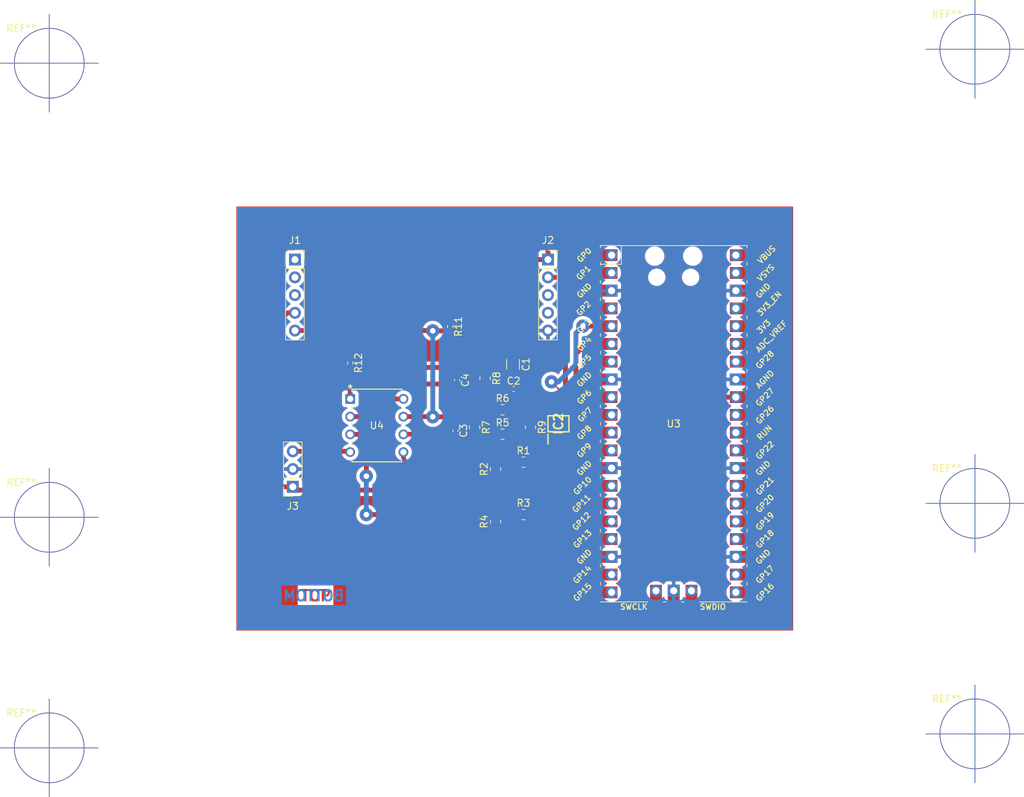
<source format=kicad_pcb>
(kicad_pcb (version 20240108) (generator "pcbnew") (generator_version "8.0")
  (layers (0 "F.Cu" signal) (31 "B.Cu" signal) (34 "B.Paste" user) (35 "F.Paste" user) (36 "B.SilkS" user "B.Silkscreen") (37 "F.SilkS" user "F.Silkscreen") (38 "B.Mask" user) (39 "F.Mask" user) (44 "Edge.Cuts" user))
  (net 0 "")
  (net 1 "GND")
  (net 3 "/OUTB")
  (net 4 "/OUTA")
  (net 5 "/GP27")
  (net 6 "/VREF")
  (net 7 "/SCLK")
  (net 8 "Net-(IC2-~{CLR})")
  (net 9 "/LDAC")
  (net 10 "/SYNC")
  (net 11 "Net-(IC2-VOUTA)")
  (net 12 "Net-(IC2-VOUTB)")
  (net 13 "/DIN")
  (net 14 "/V+")
  (net 15 "/V-")
  (net 16 "/+INB")
  (net 17 "/+INA")
  (net 18 "/-INB")
  (net 19 "/-INA")
  (footprint "riferimenti_pcb:aref-top" (layer "F.Cu") (at 182 58.5)
    (property "Reference" "REF**" (at -4 -5 0) (layer "F.SilkS"))
    (property "Value" "n" (hide yes))
    (fp_line (start 0 -7) (end 0 7) (stroke (width 0.1)) (layer "F.Cu"))
    (fp_line (start 7 0) (end -7 0) (stroke (width 0.1)) (layer "F.Cu"))
    (fp_circle (center 0 0) (end 5 0) (stroke (width 0.1)) (fill none) (layer "F.Cu"))
  )
  (footprint "footprints:PDIP-8_N_LIT" (layer "F.Cu") (at 92.58 108.55)
    (property "Reference" "U4" (at 3.81 3.81 0) (layer "F.SilkS"))
    (property "Value" "LT1632CN8-PBF")
    (fp_text user "*" (at 0 -1.4605 0) (layer "F.SilkS"))
    (fp_text user "*" (at 0 -1.4605 0) (layer "F.SilkS"))
    (pad "1" thru_hole rect (at 0 0) (size 1.397 1.397) (drill 0.889) (layers "*.Cu" "*.Mask") (net 4 "/OUTA"))
    (pad "2" thru_hole circle (at 0 2.54) (size 1.397 1.397) (drill 0.889) (layers "*.Cu" "*.Mask") (net 19 "/-INA"))
    (pad "3" thru_hole circle (at 0 5.08) (size 1.397 1.397) (drill 0.889) (layers "*.Cu" "*.Mask") (net 17 "/+INA"))
    (pad "4" thru_hole circle (at 0 7.62) (size 1.397 1.397) (drill 0.889) (layers "*.Cu" "*.Mask") (net 15 "/V-"))
    (pad "5" thru_hole circle (at 7.62 7.62) (size 1.397 1.397) (drill 0.889) (layers "*.Cu" "*.Mask") (net 16 "/+INB"))
    (pad "6" thru_hole circle (at 7.62 5.08) (size 1.397 1.397) (drill 0.889) (layers "*.Cu" "*.Mask") (net 18 "/-INB"))
    (pad "7" thru_hole circle (at 7.62 2.54) (size 1.397 1.397) (drill 0.889) (layers "*.Cu" "*.Mask") (net 3 "/OUTB"))
    (pad "8" thru_hole circle (at 7.62 0) (size 1.397 1.397) (drill 0.889) (layers "*.Cu" "*.Mask") (net 14 "/V+"))
  )
  (footprint "riferimenti_pcb:aref-top" (layer "F.Cu") (at 182 156.5)
    (property "Reference" "REF**" (at -4 -5 0) (layer "F.SilkS"))
    (property "Value" "n" (hide yes))
    (fp_line (start 0 -7) (end 0 7) (stroke (width 0.1)) (layer "F.Cu"))
    (fp_line (start 7 0) (end -7 0) (stroke (width 0.1)) (layer "F.Cu"))
    (fp_circle (center 0 0) (end 5 0) (stroke (width 0.1)) (fill none) (layer "F.Cu"))
  )
  (footprint "Resistor_SMD:R_0805_2012Metric_Pad1.20x1.40mm_HandSolder" (layer "F.Cu") (at 113.39 118.61 90)
    (property "Reference" "R2" (at 0 -1.65 90) (layer "F.SilkS"))
    (property "Value" "GR")
    (pad "1" smd roundrect (at -1 0 90) (size 1.2 1.4) (layers "F.Cu" "F.Paste" "F.Mask") (roundrect_rratio 0.208333) (net 1 "GND"))
    (pad "2" smd roundrect (at 1 0 90) (size 1.2 1.4) (layers "F.Cu" "F.Paste" "F.Mask") (roundrect_rratio 0.208333) (net 16 "/+INB"))
  )
  (footprint "Capacitor_SMD:C_1206_3216Metric_Pad1.33x1.80mm_HandSolder" (layer "F.Cu") (at 115.89 103.61 -90)
    (property "Reference" "C1" (at 0 -1.85 90) (layer "F.SilkS"))
    (property "Value" "1 uF")
    (pad "1" smd roundrect (at -1.5625 0 270) (size 1.325 1.8) (layers "F.Cu" "F.Paste" "F.Mask") (roundrect_rratio 0.188679) (net 14 "/V+"))
    (pad "2" smd roundrect (at 1.5625 0 270) (size 1.325 1.8) (layers "F.Cu" "F.Paste" "F.Mask") (roundrect_rratio 0.188679) (net 1 "GND"))
  )
  (footprint "Resistor_SMD:R_0805_2012Metric_Pad1.20x1.40mm_HandSolder" (layer "F.Cu") (at 118.39 112.61 -90)
    (property "Reference" "R9" (at 0 -1.65 90) (layer "F.SilkS"))
    (property "Value" "4.7k")
    (pad "1" smd roundrect (at -1 0 270) (size 1.2 1.4) (layers "F.Cu" "F.Paste" "F.Mask") (roundrect_rratio 0.208333) (net 14 "/V+"))
    (pad "2" smd roundrect (at 1 0 270) (size 1.2 1.4) (layers "F.Cu" "F.Paste" "F.Mask") (roundrect_rratio 0.208333) (net 8 "Net-(IC2-~{CLR})"))
  )
  (footprint "Connector_PinSocket_2.54mm:PinSocket_1x05_P2.54mm_Vertical" (layer "F.Cu") (at 84.67 88.61)
    (property "Reference" "J1" (at 0 -2.77 0) (layer "F.SilkS"))
    (property "Value" "Conn_01x05")
    (pad "1" thru_hole rect (at 0 0) (size 1.7 1.7) (drill 1) (layers "*.Cu" "*.Mask"))
    (pad "2" thru_hole oval (at 0 2.54) (size 1.7 1.7) (drill 1) (layers "*.Cu" "*.Mask"))
    (pad "3" thru_hole oval (at 0 5.08) (size 1.7 1.7) (drill 1) (layers "*.Cu" "*.Mask"))
    (pad "4" thru_hole oval (at 0 7.62) (size 1.7 1.7) (drill 1) (layers "*.Cu" "*.Mask") (net 4 "/OUTA"))
    (pad "5" thru_hole oval (at 0 10.16) (size 1.7 1.7) (drill 1) (layers "*.Cu" "*.Mask") (net 3 "/OUTB"))
  )
  (footprint "DAC8562:SOP50P490X110-10N" (layer "F.Cu") (at 122.39 112.11 90)
    (property "Reference" "IC2" (at 0 0 90) (layer "F.SilkS") (effects (font (size 1.27 1.27) (thickness 0.254))))
    (property "Value" "DAC8562TDGSR" (hide yes))
    (pad "1" smd rect (at -2.2 -1 180) (size 0.3 1.4) (layers "F.Cu" "F.Paste" "F.Mask") (net 11 "Net-(IC2-VOUTA)"))
    (pad "2" smd rect (at -2.2 -0.5 180) (size 0.3 1.4) (layers "F.Cu" "F.Paste" "F.Mask") (net 12 "Net-(IC2-VOUTB)"))
    (pad "3" smd rect (at -2.2 0 180) (size 0.3 1.4) (layers "F.Cu" "F.Paste" "F.Mask") (net 1 "GND"))
    (pad "4" smd rect (at -2.2 0.5 180) (size 0.3 1.4) (layers "F.Cu" "F.Paste" "F.Mask") (net 9 "/LDAC"))
    (pad "5" smd rect (at -2.2 1 180) (size 0.3 1.4) (layers "F.Cu" "F.Paste" "F.Mask") (net 8 "Net-(IC2-~{CLR})"))
    (pad "6" smd rect (at 2.2 1 180) (size 0.3 1.4) (layers "F.Cu" "F.Paste" "F.Mask") (net 10 "/SYNC"))
    (pad "7" smd rect (at 2.2 0.5 180) (size 0.3 1.4) (layers "F.Cu" "F.Paste" "F.Mask") (net 7 "/SCLK"))
    (pad "8" smd rect (at 2.2 0 180) (size 0.3 1.4) (layers "F.Cu" "F.Paste" "F.Mask") (net 13 "/DIN"))
    (pad "9" smd rect (at 2.2 -0.5 180) (size 0.3 1.4) (layers "F.Cu" "F.Paste" "F.Mask") (net 14 "/V+"))
    (pad "10" smd rect (at 2.2 -1 180) (size 0.3 1.4) (layers "F.Cu" "F.Paste" "F.Mask") (net 6 "/VREF"))
  )
  (footprint "Resistor_SMD:R_0805_2012Metric_Pad1.20x1.40mm_HandSolder" (layer "F.Cu") (at 117.39 117.61)
    (property "Reference" "R1" (at 0 -1.65 0) (layer "F.SilkS"))
    (property "Value" "R")
    (pad "1" smd roundrect (at -1 0) (size 1.2 1.4) (layers "F.Cu" "F.Paste" "F.Mask") (roundrect_rratio 0.208333) (net 16 "/+INB"))
    (pad "2" smd roundrect (at 1 0) (size 1.2 1.4) (layers "F.Cu" "F.Paste" "F.Mask") (roundrect_rratio 0.208333) (net 12 "Net-(IC2-VOUTB)"))
  )
  (footprint "riferimenti_pcb:aref-top" (layer "F.Cu") (at 49.5 60.5)
    (property "Reference" "REF**" (at -4 -5 0) (layer "F.SilkS"))
    (property "Value" "n" (hide yes))
    (fp_line (start 0 -7) (end 0 7) (stroke (width 0.1)) (layer "F.Cu"))
    (fp_line (start 7 0) (end -7 0) (stroke (width 0.1)) (layer "F.Cu"))
    (fp_circle (center 0 0) (end 5 0) (stroke (width 0.1)) (fill none) (layer "F.Cu"))
  )
  (footprint "riferimenti_pcb:aref-bot" (layer "F.Cu") (at 182 156.5)
    (property "Reference" "REF**" (at -4 -5 0) (layer "F.SilkS"))
    (property "Value" "n" (hide yes))
    (fp_line (start 0 -7) (end 0 7) (stroke (width 0.1)) (layer "B.Cu"))
    (fp_line (start 7 0) (end -7 0) (stroke (width 0.1)) (layer "B.Cu"))
    (fp_circle (center 0 0) (end 5 0) (stroke (width 0.1)) (fill none) (layer "B.Cu"))
  )
  (footprint "Capacitor_SMD:C_0402_1005Metric_Pad0.74x0.62mm_HandSolder" (layer "F.Cu") (at 115.97 107.14)
    (property "Reference" "C2" (at 0 -1.16 0) (layer "F.SilkS"))
    (property "Value" "100 nF")
    (pad "1" smd roundrect (at -0.5675 0) (size 0.735 0.62) (layers "F.Cu" "F.Paste" "F.Mask") (net 6 "/VREF"))
    (pad "2" smd roundrect (at 0.5675 0) (size 0.735 0.62) (layers "F.Cu" "F.Paste" "F.Mask") (net 1 "GND"))
  )
  (footprint "Resistor_SMD:R_0402_1005Metric_Pad0.72x0.64mm_HandSolder" (layer "F.Cu") (at 92.59 103.4125 -90)
    (property "Reference" "R12" (at 0 -1.17 -90) (layer "F.SilkS"))
    (property "Value" "10k")
    (pad "1" smd roundrect (at -0.5975 0 270) (size 0.715 0.64) (layers "F.Cu" "F.Paste" "F.Mask") (net 1 "GND"))
    (pad "2" smd roundrect (at 0.5975 0 270) (size 0.715 0.64) (layers "F.Cu" "F.Paste" "F.Mask") (net 4 "/OUTA"))
  )
  (footprint "Resistor_SMD:R_0805_2012Metric_Pad1.20x1.40mm_HandSolder" (layer "F.Cu") (at 114.39 110.11)
    (property "Reference" "R6" (at 0 -1.65 0) (layer "F.SilkS"))
    (property "Value" "R")
    (pad "1" smd roundrect (at -1 0) (size 1.2 1.4) (layers "F.Cu" "F.Paste" "F.Mask") (roundrect_rratio 0.208333) (net 19 "/-INA"))
    (pad "2" smd roundrect (at 1 0) (size 1.2 1.4) (layers "F.Cu" "F.Paste" "F.Mask") (roundrect_rratio 0.208333) (net 6 "/VREF"))
  )
  (footprint "riferimenti_pcb:aref-top" (layer "F.Cu") (at 49.5 125.5)
    (property "Reference" "REF**" (at -4 -5 0) (layer "F.SilkS"))
    (property "Value" "n" (hide yes))
    (fp_line (start 0 -7) (end 0 7) (stroke (width 0.1)) (layer "F.Cu"))
    (fp_line (start 7 0) (end -7 0) (stroke (width 0.1)) (layer "F.Cu"))
    (fp_circle (center 0 0) (end 5 0) (stroke (width 0.1)) (fill none) (layer "F.Cu"))
  )
  (footprint "riferimenti_pcb:aref-bot" (layer "F.Cu") (at 49.5 125.5)
    (property "Reference" "REF**" (at -4 -5 0) (layer "F.SilkS"))
    (property "Value" "n" (hide yes))
    (fp_line (start 0 -7) (end 0 7) (stroke (width 0.1)) (layer "B.Cu"))
    (fp_line (start 7 0) (end -7 0) (stroke (width 0.1)) (layer "B.Cu"))
    (fp_circle (center 0 0) (end 5 0) (stroke (width 0.1)) (fill none) (layer "B.Cu"))
  )
  (footprint "Connector_PinSocket_2.54mm:PinSocket_1x05_P2.54mm_Vertical" (layer "F.Cu") (at 120.89 88.61)
    (property "Reference" "J2" (at 0 -2.77 0) (layer "F.SilkS"))
    (property "Value" "Conn_01x05")
    (pad "1" thru_hole rect (at 0 0) (size 1.7 1.7) (drill 1) (layers "*.Cu" "*.Mask") (net 14 "/V+"))
    (pad "2" thru_hole oval (at 0 2.54) (size 1.7 1.7) (drill 1) (layers "*.Cu" "*.Mask") (net 5 "/GP27"))
    (pad "3" thru_hole oval (at 0 5.08) (size 1.7 1.7) (drill 1) (layers "*.Cu" "*.Mask"))
    (pad "4" thru_hole oval (at 0 7.62) (size 1.7 1.7) (drill 1) (layers "*.Cu" "*.Mask"))
    (pad "5" thru_hole oval (at 0 10.16) (size 1.7 1.7) (drill 1) (layers "*.Cu" "*.Mask") (net 1 "GND"))
  )
  (footprint "Resistor_SMD:R_0805_2012Metric_Pad1.20x1.40mm_HandSolder" (layer "F.Cu") (at 110.39 112.61 -90)
    (property "Reference" "R7" (at 0 -1.65 90) (layer "F.SilkS"))
    (property "Value" "GR")
    (pad "1" smd roundrect (at -1 0 270) (size 1.2 1.4) (layers "F.Cu" "F.Paste" "F.Mask") (roundrect_rratio 0.208333) (net 3 "/OUTB"))
    (pad "2" smd roundrect (at 1 0 270) (size 1.2 1.4) (layers "F.Cu" "F.Paste" "F.Mask") (roundrect_rratio 0.208333) (net 18 "/-INB"))
  )
  (footprint "riferimenti_pcb:aref-bot" (layer "F.Cu") (at 182 58.5)
    (property "Reference" "REF**" (at -4 -5 0) (layer "F.SilkS"))
    (property "Value" "n" (hide yes))
    (fp_line (start 0 -7) (end 0 7) (stroke (width 0.1)) (layer "B.Cu"))
    (fp_line (start 7 0) (end -7 0) (stroke (width 0.1)) (layer "B.Cu"))
    (fp_circle (center 0 0) (end 5 0) (stroke (width 0.1)) (fill none) (layer "B.Cu"))
  )
  (footprint "riferimenti_pcb:aref-bot" (layer "F.Cu") (at 182 123.5)
    (property "Reference" "REF**" (at -4 -5 0) (layer "F.SilkS"))
    (property "Value" "n" (hide yes))
    (fp_line (start 0 -7) (end 0 7) (stroke (width 0.1)) (layer "B.Cu"))
    (fp_line (start 7 0) (end -7 0) (stroke (width 0.1)) (layer "B.Cu"))
    (fp_circle (center 0 0) (end 5 0) (stroke (width 0.1)) (fill none) (layer "B.Cu"))
  )
  (footprint "Capacitor_SMD:C_0402_1005Metric_Pad0.74x0.62mm_HandSolder" (layer "F.Cu") (at 107.64 113.11 -90)
    (property "Reference" "C3" (at 0 -1.16 -90) (layer "F.SilkS"))
    (property "Value" "100 nF")
    (pad "1" smd roundrect (at -0.5675 0 270) (size 0.735 0.62) (layers "F.Cu" "F.Paste" "F.Mask") (net 3 "/OUTB"))
    (pad "2" smd roundrect (at 0.5675 0 270) (size 0.735 0.62) (layers "F.Cu" "F.Paste" "F.Mask") (net 18 "/-INB"))
  )
  (footprint "Resistor_SMD:R_0805_2012Metric_Pad1.20x1.40mm_HandSolder" (layer "F.Cu") (at 111.89 105.61 -90)
    (property "Reference" "R8" (at 0 -1.65 90) (layer "F.SilkS"))
    (property "Value" "GR")
    (pad "1" smd roundrect (at -1 0 270) (size 1.2 1.4) (layers "F.Cu" "F.Paste" "F.Mask") (roundrect_rratio 0.208333) (net 4 "/OUTA"))
    (pad "2" smd roundrect (at 1 0 270) (size 1.2 1.4) (layers "F.Cu" "F.Paste" "F.Mask") (roundrect_rratio 0.208333) (net 19 "/-INA"))
  )
  (footprint "riferimenti_pcb:aref-bot" (layer "F.Cu") (at 49.5 60.5)
    (property "Reference" "REF**" (at -4 -5 0) (layer "F.SilkS"))
    (property "Value" "n" (hide yes))
    (fp_line (start 0 -7) (end 0 7) (stroke (width 0.1)) (layer "B.Cu"))
    (fp_line (start 7 0) (end -7 0) (stroke (width 0.1)) (layer "B.Cu"))
    (fp_circle (center 0 0) (end 5 0) (stroke (width 0.1)) (fill none) (layer "B.Cu"))
  )
  (footprint "riferimenti_pcb:aref-top" (layer "F.Cu") (at 49.5 158.5)
    (property "Reference" "REF**" (at -4 -5 0) (layer "F.SilkS"))
    (property "Value" "n" (hide yes))
    (fp_line (start 0 -7) (end 0 7) (stroke (width 0.1)) (layer "F.Cu"))
    (fp_line (start 7 0) (end -7 0) (stroke (width 0.1)) (layer "F.Cu"))
    (fp_circle (center 0 0) (end 5 0) (stroke (width 0.1)) (fill none) (layer "F.Cu"))
  )
  (footprint "Resistor_SMD:R_0402_1005Metric_Pad0.72x0.64mm_HandSolder" (layer "F.Cu") (at 106.89 98.19 -90)
    (property "Reference" "R11" (at 0 -1.17 -90) (layer "F.SilkS"))
    (property "Value" "10k")
    (pad "1" smd roundrect (at -0.5975 0 270) (size 0.715 0.64) (layers "F.Cu" "F.Paste" "F.Mask") (net 1 "GND"))
    (pad "2" smd roundrect (at 0.5975 0 270) (size 0.715 0.64) (layers "F.Cu" "F.Paste" "F.Mask") (net 3 "/OUTB"))
  )
  (footprint "Resistor_SMD:R_0805_2012Metric_Pad1.20x1.40mm_HandSolder" (layer "F.Cu") (at 117.39 125.11)
    (property "Reference" "R3" (at 0 -1.65 0) (layer "F.SilkS"))
    (property "Value" "R")
    (pad "1" smd roundrect (at -1 0) (size 1.2 1.4) (layers "F.Cu" "F.Paste" "F.Mask") (roundrect_rratio 0.208333) (net 17 "/+INA"))
    (pad "2" smd roundrect (at 1 0) (size 1.2 1.4) (layers "F.Cu" "F.Paste" "F.Mask") (roundrect_rratio 0.208333) (net 11 "Net-(IC2-VOUTA)"))
  )
  (footprint "Connector_PinSocket_2.54mm:PinSocket_1x03_P2.54mm_Vertical" (layer "F.Cu") (at 84.365 121.135 180)
    (property "Reference" "J3" (at 0 -2.77 0) (layer "F.SilkS"))
    (property "Value" "Conn_01x03")
    (pad "1" thru_hole rect (at 0 0 180) (size 1.7 1.7) (drill 1) (layers "*.Cu" "*.Mask") (net 14 "/V+"))
    (pad "2" thru_hole oval (at 0 2.54 180) (size 1.7 1.7) (drill 1) (layers "*.Cu" "*.Mask") (net 1 "GND"))
    (pad "3" thru_hole oval (at 0 5.08 180) (size 1.7 1.7) (drill 1) (layers "*.Cu" "*.Mask") (net 15 "/V-"))
  )
  (footprint "riferimenti_pcb:aref-top" (layer "F.Cu") (at 182 123.5)
    (property "Reference" "REF**" (at -4 -5 0) (layer "F.SilkS"))
    (property "Value" "n" (hide yes))
    (fp_line (start 0 -7) (end 0 7) (stroke (width 0.1)) (layer "F.Cu"))
    (fp_line (start 7 0) (end -7 0) (stroke (width 0.1)) (layer "F.Cu"))
    (fp_circle (center 0 0) (end 5 0) (stroke (width 0.1)) (fill none) (layer "F.Cu"))
  )
  (footprint "Capacitor_SMD:C_0402_1005Metric_Pad0.74x0.62mm_HandSolder" (layer "F.Cu") (at 107.89 105.86 -90)
    (property "Reference" "C4" (at 0 -1.16 -90) (layer "F.SilkS"))
    (property "Value" "100 nF")
    (pad "1" smd roundrect (at -0.5675 0 270) (size 0.735 0.62) (layers "F.Cu" "F.Paste" "F.Mask") (net 4 "/OUTA"))
    (pad "2" smd roundrect (at 0.5675 0 270) (size 0.735 0.62) (layers "F.Cu" "F.Paste" "F.Mask") (net 19 "/-INA"))
  )
  (footprint "riferimenti_pcb:aref-bot" (layer "F.Cu") (at 49.5 158.5)
    (property "Reference" "REF**" (at -4 -5 0) (layer "F.SilkS"))
    (property "Value" "n" (hide yes))
    (fp_line (start 0 -7) (end 0 7) (stroke (width 0.1)) (layer "B.Cu"))
    (fp_line (start 7 0) (end -7 0) (stroke (width 0.1)) (layer "B.Cu"))
    (fp_circle (center 0 0) (end 5 0) (stroke (width 0.1)) (fill none) (layer "B.Cu"))
  )
  (footprint "Raspberry_Pi_Pico:RPi_Pico_SMD_TH" (layer "F.Cu") (at 138.89 112.11)
    (property "Reference" "U3" (at 0 0 0) (layer "F.SilkS"))
    (property "Value" "Pico")
    (fp_text user "GP4" (at -12.8 -11.43 45) (layer "F.SilkS") (effects (font (size 0.8 0.8))))
    (fp_text user "GP0" (at -12.8 -24.13 45) (layer "F.SilkS") (effects (font (size 0.8 0.8))))
    (fp_text user "GP15" (at -13.054 24.13 45) (layer "F.SilkS") (effects (font (size 0.8 0.8))))
    (fp_text user "GND" (at -12.8 -6.35 45) (layer "F.SilkS") (effects (font (size 0.8 0.8))))
    (fp_text user "VSYS" (at 13.2 -21.59 45) (layer "F.SilkS") (effects (font (size 0.8 0.8))))
    (fp_text user "GP14" (at -13.1 21.59 45) (layer "F.SilkS") (effects (font (size 0.8 0.8))))
    (fp_text user "GND" (at -12.8 6.35 45) (layer "F.SilkS") (effects (font (size 0.8 0.8))))
    (fp_text user "GP11" (at -13.2 11.43 45) (layer "F.SilkS") (effects (font (size 0.8 0.8))))
    (fp_text user "GP9" (at -12.8 3.81 45) (layer "F.SilkS") (effects (font (size 0.8 0.8))))
    (fp_text user "GP28" (at 13.054 -9.144 45) (layer "F.SilkS") (effects (font (size 0.8 0.8))))
    (fp_text user "3V3" (at 12.9 -13.9 45) (layer "F.SilkS") (effects (font (size 0.8 0.8))))
    (fp_text user "GP8" (at -12.8 1.27 45) (layer "F.SilkS") (effects (font (size 0.8 0.8))))
    (fp_text user "GND" (at 12.8 -19.05 45) (layer "F.SilkS") (effects (font (size 0.8 0.8))))
    (fp_text user "VBUS" (at 13.3 -24.2 45) (layer "F.SilkS") (effects (font (size 0.8 0.8))))
    (fp_text user "SWCLK" (at -5.7 26.2 0) (layer "F.SilkS") (effects (font (size 0.8 0.8))))
    (fp_text user "GND" (at -12.8 19.05 45) (layer "F.SilkS") (effects (font (size 0.8 0.8))))
    (fp_text user "GP21" (at 13.054 8.9 45) (layer "F.SilkS") (effects (font (size 0.8 0.8))))
    (fp_text user "GP7" (at -12.7 -1.3 45) (layer "F.SilkS") (effects (font (size 0.8 0.8))))
    (fp_text user "GP2" (at -12.9 -16.51 45) (layer "F.SilkS") (effects (font (size 0.8 0.8))))
    (fp_text user "RUN" (at 13 1.27 45) (layer "F.SilkS") (effects (font (size 0.8 0.8))))
    (fp_text user "GP20" (at 13.054 11.43 45) (layer "F.SilkS") (effects (font (size 0.8 0.8))))
    (fp_text user "GND" (at 12.8 19.05 45) (layer "F.SilkS") (effects (font (size 0.8 0.8))))
    (fp_text user "GP17" (at 13.054 21.59 45) (layer "F.SilkS") (effects (font (size 0.8 0.8))))
    (fp_text user "GP1" (at -12.9 -21.6 45) (layer "F.SilkS") (effects (font (size 0.8 0.8))))
    (fp_text user "AGND" (at 13.054 -6.35 45) (layer "F.SilkS") (effects (font (size 0.8 0.8))))
    (fp_text user "GP16" (at 13.054 24.13 45) (layer "F.SilkS") (effects (font (size 0.8 0.8))))
    (fp_text user "GP27" (at 13.054 -3.8 45) (layer "F.SilkS") (effects (font (size 0.8 0.8))))
    (fp_text user "GP6" (at -12.8 -3.81 45) (layer "F.SilkS") (effects (font (size 0.8 0.8))))
    (fp_text user "ADC_VREF" (at 14 -12.5 45) (layer "F.SilkS") (effects (font (size 0.8 0.8))))
    (fp_text user "SWDIO" (at 5.6 26.2 0) (layer "F.SilkS") (effects (font (size 0.8 0.8))))
    (fp_text user "GND" (at 12.8 6.35 45) (layer "F.SilkS") (effects (font (size 0.8 0.8))))
    (fp_text user "GP22" (at 13.054 3.81 45) (layer "F.SilkS") (effects (font (size 0.8 0.8))))
    (fp_text user "GP10" (at -13.054 8.89 45) (layer "F.SilkS") (effects (font (size 0.8 0.8))))
    (fp_text user "3V3_EN" (at 13.7 -17.2 45) (layer "F.SilkS") (effects (font (size 0.8 0.8))))
    (fp_text user "GND" (at -12.8 -19.05 45) (layer "F.SilkS") (effects (font (size 0.8 0.8))))
    (fp_text user "GP12" (at -13.2 13.97 45) (layer "F.SilkS") (effects (font (size 0.8 0.8))))
    (fp_text user "GP26" (at 13.054 -1.27 45) (layer "F.SilkS") (effects (font (size 0.8 0.8))))
    (fp_text user "GP3" (at -12.8 -13.97 45) (layer "F.SilkS") (effects (font (size 0.8 0.8))))
    (fp_text user "GP18" (at 13.054 16.51 45) (layer "F.SilkS") (effects (font (size 0.8 0.8))))
    (fp_text user "GP13" (at -13.054 16.51 45) (layer "F.SilkS") (effects (font (size 0.8 0.8))))
    (fp_text user "GP19" (at 13.054 13.97 45) (layer "F.SilkS") (effects (font (size 0.8 0.8))))
    (fp_text user "GP5" (at -12.8 -8.89 45) (layer "F.SilkS") (effects (font (size 0.8 0.8))))
    (pad "" np_thru_hole oval (at -2.725 -24) (size 1.8 1.8) (drill 1.8) (layers "*.Cu" "*.Mask"))
    (pad "" np_thru_hole oval (at -2.425 -20.97) (size 1.5 1.5) (drill 1.5) (layers "*.Cu" "*.Mask"))
    (pad "" np_thru_hole oval (at 2.425 -20.97) (size 1.5 1.5) (drill 1.5) (layers "*.Cu" "*.Mask"))
    (pad "" np_thru_hole oval (at 2.725 -24) (size 1.8 1.8) (drill 1.8) (layers "*.Cu" "*.Mask"))
    (pad "1" thru_hole oval (at -8.89 -24.13) (size 1.7 1.7) (drill 1.02) (layers "*.Cu" "*.Mask"))
    (pad "1" smd rect (at -8.89 -24.13) (size 3.5 1.7) (drill (offset -0.9 0)) (layers "F.Cu" "F.Mask"))
    (pad "2" thru_hole oval (at -8.89 -21.59) (size 1.7 1.7) (drill 1.02) (layers "*.Cu" "*.Mask"))
    (pad "2" smd rect (at -8.89 -21.59) (size 3.5 1.7) (drill (offset -0.9 0)) (layers "F.Cu" "F.Mask"))
    (pad "3" thru_hole rect (at -8.89 -19.05) (size 1.7 1.7) (drill 1.02) (layers "*.Cu" "*.Mask") (net 1 "GND"))
    (pad "3" smd rect (at -8.89 -19.05) (size 3.5 1.7) (drill (offset -0.9 0)) (layers "F.Cu" "F.Mask") (net 1 "GND"))
    (pad "4" thru_hole oval (at -8.89 -16.51) (size 1.7 1.7) (drill 1.02) (layers "*.Cu" "*.Mask") (net 7 "/SCLK"))
    (pad "4" smd rect (at -8.89 -16.51) (size 3.5 1.7) (drill (offset -0.9 0)) (layers "F.Cu" "F.Mask") (net 7 "/SCLK"))
    (pad "5" thru_hole oval (at -8.89 -13.97) (size 1.7 1.7) (drill 1.02) (layers "*.Cu" "*.Mask") (net 13 "/DIN"))
    (pad "5" smd rect (at -8.89 -13.97) (size 3.5 1.7) (drill (offset -0.9 0)) (layers "F.Cu" "F.Mask") (net 13 "/DIN"))
    (pad "6" thru_hole oval (at -8.89 -11.43) (size 1.7 1.7) (drill 1.02) (layers "*.Cu" "*.Mask") (net 10 "/SYNC"))
    (pad "6" smd rect (at -8.89 -11.43) (size 3.5 1.7) (drill (offset -0.9 0)) (layers "F.Cu" "F.Mask") (net 10 "/SYNC"))
    (pad "7" thru_hole oval (at -8.89 -8.89) (size 1.7 1.7) (drill 1.02) (layers "*.Cu" "*.Mask") (net 9 "/LDAC"))
    (pad "7" smd rect (at -8.89 -8.89) (size 3.5 1.7) (drill (offset -0.9 0)) (layers "F.Cu" "F.Mask") (net 9 "/LDAC"))
    (pad "8" thru_hole rect (at -8.89 -6.35) (size 1.7 1.7) (drill 1.02) (layers "*.Cu" "*.Mask") (net 1 "GND"))
    (pad "8" smd rect (at -8.89 -6.35) (size 3.5 1.7) (drill (offset -0.9 0)) (layers "F.Cu" "F.Mask") (net 1 "GND"))
    (pad "9" thru_hole oval (at -8.89 -3.81) (size 1.7 1.7) (drill 1.02) (layers "*.Cu" "*.Mask"))
    (pad "9" smd rect (at -8.89 -3.81) (size 3.5 1.7) (drill (offset -0.9 0)) (layers "F.Cu" "F.Mask"))
    (pad "10" thru_hole oval (at -8.89 -1.27) (size 1.7 1.7) (drill 1.02) (layers "*.Cu" "*.Mask"))
    (pad "10" smd rect (at -8.89 -1.27) (size 3.5 1.7) (drill (offset -0.9 0)) (layers "F.Cu" "F.Mask"))
    (pad "11" thru_hole oval (at -8.89 1.27) (size 1.7 1.7) (drill 1.02) (layers "*.Cu" "*.Mask"))
    (pad "11" smd rect (at -8.89 1.27) (size 3.5 1.7) (drill (offset -0.9 0)) (layers "F.Cu" "F.Mask"))
    (pad "12" thru_hole oval (at -8.89 3.81) (size 1.7 1.7) (drill 1.02) (layers "*.Cu" "*.Mask"))
    (pad "12" smd rect (at -8.89 3.81) (size 3.5 1.7) (drill (offset -0.9 0)) (layers "F.Cu" "F.Mask"))
    (pad "13" thru_hole rect (at -8.89 6.35) (size 1.7 1.7) (drill 1.02) (layers "*.Cu" "*.Mask") (net 1 "GND"))
    (pad "13" smd rect (at -8.89 6.35) (size 3.5 1.7) (drill (offset -0.9 0)) (layers "F.Cu" "F.Mask") (net 1 "GND"))
    (pad "14" thru_hole oval (at -8.89 8.89) (size 1.7 1.7) (drill 1.02) (layers "*.Cu" "*.Mask"))
    (pad "14" smd rect (at -8.89 8.89) (size 3.5 1.7) (drill (offset -0.9 0)) (layers "F.Cu" "F.Mask"))
    (pad "15" thru_hole oval (at -8.89 11.43) (size 1.7 1.7) (drill 1.02) (layers "*.Cu" "*.Mask"))
    (pad "15" smd rect (at -8.89 11.43) (size 3.5 1.7) (drill (offset -0.9 0)) (layers "F.Cu" "F.Mask"))
    (pad "16" thru_hole oval (at -8.89 13.97) (size 1.7 1.7) (drill 1.02) (layers "*.Cu" "*.Mask"))
    (pad "16" smd rect (at -8.89 13.97) (size 3.5 1.7) (drill (offset -0.9 0)) (layers "F.Cu" "F.Mask"))
    (pad "17" thru_hole oval (at -8.89 16.51) (size 1.7 1.7) (drill 1.02) (layers "*.Cu" "*.Mask"))
    (pad "17" smd rect (at -8.89 16.51) (size 3.5 1.7) (drill (offset -0.9 0)) (layers "F.Cu" "F.Mask"))
    (pad "18" thru_hole rect (at -8.89 19.05) (size 1.7 1.7) (drill 1.02) (layers "*.Cu" "*.Mask") (net 1 "GND"))
    (pad "18" smd rect (at -8.89 19.05) (size 3.5 1.7) (drill (offset -0.9 0)) (layers "F.Cu" "F.Mask") (net 1 "GND"))
    (pad "19" thru_hole oval (at -8.89 21.59) (size 1.7 1.7) (drill 1.02) (layers "*.Cu" "*.Mask"))
    (pad "19" smd rect (at -8.89 21.59) (size 3.5 1.7) (drill (offset -0.9 0)) (layers "F.Cu" "F.Mask"))
    (pad "20" thru_hole oval (at -8.89 24.13) (size 1.7 1.7) (drill 1.02) (layers "*.Cu" "*.Mask"))
    (pad "20" smd rect (at -8.89 24.13) (size 3.5 1.7) (drill (offset -0.9 0)) (layers "F.Cu" "F.Mask"))
    (pad "21" thru_hole oval (at 8.89 24.13) (size 1.7 1.7) (drill 1.02) (layers "*.Cu" "*.Mask"))
    (pad "21" smd rect (at 8.89 24.13) (size 3.5 1.7) (drill (offset 0.9 0)) (layers "F.Cu" "F.Mask"))
    (pad "22" thru_hole oval (at 8.89 21.59) (size 1.7 1.7) (drill 1.02) (layers "*.Cu" "*.Mask"))
    (pad "22" smd rect (at 8.89 21.59) (size 3.5 1.7) (drill (offset 0.9 0)) (layers "F.Cu" "F.Mask"))
    (pad "23" thru_hole rect (at 8.89 19.05) (size 1.7 1.7) (drill 1.02) (layers "*.Cu" "*.Mask") (net 1 "GND"))
    (pad "23" smd rect (at 8.89 19.05) (size 3.5 1.7) (drill (offset 0.9 0)) (layers "F.Cu" "F.Mask") (net 1 "GND"))
    (pad "24" thru_hole oval (at 8.89 16.51) (size 1.7 1.7) (drill 1.02) (layers "*.Cu" "*.Mask"))
    (pad "24" smd rect (at 8.89 16.51) (size 3.5 1.7) (drill (offset 0.9 0)) (layers "F.Cu" "F.Mask"))
    (pad "25" thru_hole oval (at 8.89 13.97) (size 1.7 1.7) (drill 1.02) (layers "*.Cu" "*.Mask"))
    (pad "25" smd rect (at 8.89 13.97) (size 3.5 1.7) (drill (offset 0.9 0)) (layers "F.Cu" "F.Mask"))
    (pad "26" thru_hole oval (at 8.89 11.43) (size 1.7 1.7) (drill 1.02) (layers "*.Cu" "*.Mask"))
    (pad "26" smd rect (at 8.89 11.43) (size 3.5 1.7) (drill (offset 0.9 0)) (layers "F.Cu" "F.Mask"))
    (pad "27" thru_hole oval (at 8.89 8.89) (size 1.7 1.7) (drill 1.02) (layers "*.Cu" "*.Mask"))
    (pad "27" smd rect (at 8.89 8.89) (size 3.5 1.7) (drill (offset 0.9 0)) (layers "F.Cu" "F.Mask"))
    (pad "28" thru_hole rect (at 8.89 6.35) (size 1.7 1.7) (drill 1.02) (layers "*.Cu" "*.Mask") (net 1 "GND"))
    (pad "28" smd rect (at 8.89 6.35) (size 3.5 1.7) (drill (offset 0.9 0)) (layers "F.Cu" "F.Mask") (net 1 "GND"))
    (pad "29" thru_hole oval (at 8.89 3.81) (size 1.7 1.7) (drill 1.02) (layers "*.Cu" "*.Mask"))
    (pad "29" smd rect (at 8.89 3.81) (size 3.5 1.7) (drill (offset 0.9 0)) (layers "F.Cu" "F.Mask"))
    (pad "30" thru_hole oval (at 8.89 1.27) (size 1.7 1.7) (drill 1.02) (layers "*.Cu" "*.Mask"))
    (pad "30" smd rect (at 8.89 1.27) (size 3.5 1.7) (drill (offset 0.9 0)) (layers "F.Cu" "F.Mask"))
    (pad "31" thru_hole oval (at 8.89 -1.27) (size 1.7 1.7) (drill 1.02) (layers "*.Cu" "*.Mask"))
    (pad "31" smd rect (at 8.89 -1.27) (size 3.5 1.7) (drill (offset 0.9 0)) (layers "F.Cu" "F.Mask"))
    (pad "32" thru_hole oval (at 8.89 -3.81) (size 1.7 1.7) (drill 1.02) (layers "*.Cu" "*.Mask") (net 5 "/GP27"))
    (pad "32" smd rect (at 8.89 -3.81) (size 3.5 1.7) (drill (offset 0.9 0)) (layers "F.Cu" "F.Mask") (net 5 "/GP27"))
    (pad "33" thru_hole rect (at 8.89 -6.35) (size 1.7 1.7) (drill 1.02) (layers "*.Cu" "*.Mask") (net 1 "GND"))
    (pad "33" smd rect (at 8.89 -6.35) (size 3.5 1.7) (drill (offset 0.9 0)) (layers "F.Cu" "F.Mask") (net 1 "GND"))
    (pad "34" thru_hole oval (at 8.89 -8.89) (size 1.7 1.7) (drill 1.02) (layers "*.Cu" "*.Mask"))
    (pad "34" smd rect (at 8.89 -8.89) (size 3.5 1.7) (drill (offset 0.9 0)) (layers "F.Cu" "F.Mask"))
    (pad "35" thru_hole oval (at 8.89 -11.43) (size 1.7 1.7) (drill 1.02) (layers "*.Cu" "*.Mask"))
    (pad "35" smd rect (at 8.89 -11.43) (size 3.5 1.7) (drill (offset 0.9 0)) (layers "F.Cu" "F.Mask"))
    (pad "36" thru_hole oval (at 8.89 -13.97) (size 1.7 1.7) (drill 1.02) (layers "*.Cu" "*.Mask"))
    (pad "36" smd rect (at 8.89 -13.97) (size 3.5 1.7) (drill (offset 0.9 0)) (layers "F.Cu" "F.Mask"))
    (pad "37" thru_hole oval (at 8.89 -16.51) (size 1.7 1.7) (drill 1.02) (layers "*.Cu" "*.Mask"))
    (pad "37" smd rect (at 8.89 -16.51) (size 3.5 1.7) (drill (offset 0.9 0)) (layers "F.Cu" "F.Mask"))
    (pad "38" thru_hole rect (at 8.89 -19.05) (size 1.7 1.7) (drill 1.02) (layers "*.Cu" "*.Mask") (net 1 "GND"))
    (pad "38" smd rect (at 8.89 -19.05) (size 3.5 1.7) (drill (offset 0.9 0)) (layers "F.Cu" "F.Mask") (net 1 "GND"))
    (pad "39" thru_hole oval (at 8.89 -21.59) (size 1.7 1.7) (drill 1.02) (layers "*.Cu" "*.Mask"))
    (pad "39" smd rect (at 8.89 -21.59) (size 3.5 1.7) (drill (offset 0.9 0)) (layers "F.Cu" "F.Mask"))
    (pad "40" thru_hole oval (at 8.89 -24.13) (size 1.7 1.7) (drill 1.02) (layers "*.Cu" "*.Mask"))
    (pad "40" smd rect (at 8.89 -24.13) (size 3.5 1.7) (drill (offset 0.9 0)) (layers "F.Cu" "F.Mask"))
    (pad "41" thru_hole oval (at -2.54 23.9) (size 1.7 1.7) (drill 1.02) (layers "*.Cu" "*.Mask"))
    (pad "41" smd rect (at -2.54 23.9 90) (size 3.5 1.7) (drill (offset -0.9 0)) (layers "F.Cu" "F.Mask"))
    (pad "42" thru_hole rect (at 0 23.9) (size 1.7 1.7) (drill 1.02) (layers "*.Cu" "*.Mask") (net 1 "GND"))
    (pad "42" smd rect (at 0 23.9 90) (size 3.5 1.7) (drill (offset -0.9 0)) (layers "F.Cu" "F.Mask") (net 1 "GND"))
    (pad "43" thru_hole oval (at 2.54 23.9) (size 1.7 1.7) (drill 1.02) (layers "*.Cu" "*.Mask"))
    (pad "43" smd rect (at 2.54 23.9 90) (size 3.5 1.7) (drill (offset -0.9 0)) (layers "F.Cu" "F.Mask"))
  )
  (footprint "Resistor_SMD:R_0805_2012Metric_Pad1.20x1.40mm_HandSolder" (layer "F.Cu") (at 114.39 113.61)
    (property "Reference" "R5" (at 0 -1.65 0) (layer "F.SilkS"))
    (property "Value" "R")
    (pad "1" smd roundrect (at -1 0) (size 1.2 1.4) (layers "F.Cu" "F.Paste" "F.Mask") (roundrect_rratio 0.208333) (net 18 "/-INB"))
    (pad "2" smd roundrect (at 1 0) (size 1.2 1.4) (layers "F.Cu" "F.Paste" "F.Mask") (roundrect_rratio 0.208333) (net 6 "/VREF"))
  )
  (footprint "Resistor_SMD:R_0805_2012Metric_Pad1.20x1.40mm_HandSolder" (layer "F.Cu") (at 113.39 126.11 90)
    (property "Reference" "R4" (at 0 -1.65 90) (layer "F.SilkS"))
    (property "Value" "GR")
    (pad "1" smd roundrect (at -1 0 90) (size 1.2 1.4) (layers "F.Cu" "F.Paste" "F.Mask") (roundrect_rratio 0.208333) (net 1 "GND"))
    (pad "2" smd roundrect (at 1 0 90) (size 1.2 1.4) (layers "F.Cu" "F.Paste" "F.Mask") (roundrect_rratio 0.208333) (net 17 "/+INA"))
  )
  (gr_rect (start 76.39 81.11) (end 155.89 141.61) (stroke (width 0.2)) (fill none) (layer "F.Cu"))
  (gr_text "TOP" (at 85.39 137.61 0) (layer "F.Cu") (effects (font (size 1.5 1.5) (thickness 0.3) (bold yes)) (justify left bottom)))
  (gr_text "V+" (at 83.89 125.11 0) (layer "F.Cu") (effects (font (size 0.5 0.5) (thickness 0.125) (bold yes)) (justify left bottom)))
  (gr_text "V-" (at 83.89 112.61 0) (layer "F.Cu") (effects (font (size 0.5 0.5) (thickness 0.125) (bold yes)) (justify left bottom)))
  (gr_text "BOTTOM" (at 91.89 137.61 0) (layer "B.Cu") (effects (font (size 1.5 1.5) (thickness 0.3) (bold yes)) (justify left bottom mirror)))
  (segment (start 147.8025 98.1625) (end 147.78 98.14) (width 0.2) (layer "F.Cu") (net 0))
  (segment (start 122.39 114.31) (end 122.39 116.11) (width 0.2) (layer "F.Cu") (net 1))
  (segment (start 104.36 98.77) (end 104.4 98.81) (width 0.7) (layer "F.Cu") (net 3))
  (segment (start 104.4 111.11) (end 107.64 111.11) (width 0.7) (layer "F.Cu") (net 3))
  (segment (start 104.38 111.09) (end 100.2 111.09) (width 0.7) (layer "F.Cu") (net 3))
  (segment (start 104.4 111.11) (end 104.38 111.09) (width 0.7) (layer "F.Cu") (net 3))
  (segment (start 107.64 112.5425) (end 107.64 111.11) (width 0.7) (layer "F.Cu") (net 3))
  (segment (start 107.64 111.11) (end 109.89 111.11) (width 0.7) (layer "F.Cu") (net 3))
  (segment (start 84.67 98.77) (end 104.36 98.77) (width 0.7) (layer "F.Cu") (net 3))
  (segment (start 109.89 111.11) (end 110.39 111.61) (width 0.7) (layer "F.Cu") (net 3))
  (segment (start 106.89 98.7875) (end 105.9625 98.7875) (width 0.2) (layer "F.Cu") (net 3))
  (segment (start 104.4 98.81) (end 105.94 98.81) (width 0.7) (layer "F.Cu") (net 3))
  (via (at 104.4 98.81) (size 1.9) (drill 0.8) (layers "F.Cu" "B.Cu") (net 3))
  (via (at 104.4 111.11) (size 1.9) (drill 0.8) (layers "F.Cu" "B.Cu") (net 3))
  (segment (start 104.4 111.11) (end 104.4 98.81) (width 0.7) (layer "B.Cu") (net 3))
  (segment (start 107.89 104.0475) (end 93.9075 104.0475) (width 0.7) (layer "F.Cu") (net 4))
  (segment (start 82.14 97.685) (end 83.595 96.23) (width 0.7) (layer "F.Cu") (net 4))
  (segment (start 91.39 104.11) (end 83.64 104.11) (width 0.7) (layer "F.Cu") (net 4))
  (segment (start 107.89 104.0475) (end 111.3275 104.0475) (width 0.7) (layer "F.Cu") (net 4))
  (segment (start 92.6275 104.0475) (end 93.9075 104.0475) (width 0.2) (layer "F.Cu") (net 4))
  (segment (start 92.59 104.01) (end 92.59 105.41) (width 0.2) (layer "F.Cu") (net 4))
  (segment (start 92.58 108.55) (end 92.58 105.42) (width 0.7) (layer "F.Cu") (net 4))
  (segment (start 82.14 102.61) (end 82.14 97.685) (width 0.7) (layer "F.Cu") (net 4))
  (segment (start 83.64 104.11) (end 82.14 102.61) (width 0.7) (layer "F.Cu") (net 4))
  (segment (start 83.595 96.23) (end 84.67 96.23) (width 0.7) (layer "F.Cu") (net 4))
  (segment (start 107.89 105.2925) (end 107.89 104.0475) (width 0.7) (layer "F.Cu") (net 4))
  (segment (start 92.49 104.11) (end 91.39 104.11) (width 0.2) (layer "F.Cu") (net 4))
  (segment (start 111.3275 104.0475) (end 111.89 104.61) (width 0.7) (layer "F.Cu") (net 4))
  (segment (start 125.39 85.11) (end 131.89 85.11) (width 0.7) (layer "F.Cu") (net 5))
  (segment (start 123.89 86.61) (end 125.39 85.11) (width 0.7) (layer "F.Cu") (net 5))
  (segment (start 131.89 85.11) (end 132.89 86.11) (width 0.7) (layer "F.Cu") (net 5))
  (segment (start 132.89 107.11) (end 134.08 108.3) (width 0.7) (layer "F.Cu") (net 5))
  (segment (start 134.08 108.3) (end 147.78 108.3) (width 0.7) (layer "F.Cu") (net 5))
  (segment (start 132.89 86.11) (end 132.89 107.11) (width 0.7) (layer "F.Cu") (net 5))
  (segment (start 120.89 91.15) (end 122.85 91.15) (width 0.7) (layer "F.Cu") (net 5))
  (segment (start 123.89 90.11) (end 123.89 86.61) (width 0.7) (layer "F.Cu") (net 5))
  (segment (start 122.85 91.15) (end 123.89 90.11) (width 0.7) (layer "F.Cu") (net 5))
  (segment (start 115.39 110.11) (end 115.39 113.61) (width 0.7) (layer "F.Cu") (net 6))
  (segment (start 120.55 110.11) (end 120.84 109.82) (width 0.7) (layer "F.Cu") (net 6))
  (segment (start 115.39 110.11) (end 120.55 110.11) (width 0.7) (layer "F.Cu") (net 6))
  (segment (start 115.4025 107.91) (end 115.4025 107.14) (width 0.2) (layer "F.Cu") (net 6))
  (segment (start 121.3 109.82) (end 120.84 109.82) (width 0.2) (layer "F.Cu") (net 6))
  (segment (start 115.39 110.11) (end 115.39 107.9225) (width 0.7) (layer "F.Cu") (net 6))
  (segment (start 115.68 109.82) (end 115.59 109.91) (width 0.2) (layer "F.Cu") (net 6))
  (segment (start 122.89 109.91) (end 122.89 108.96) (width 0.2) (layer "F.Cu") (net 7))
  (segment (start 123.39 108.46) (end 123.19 108.66) (width 0.7) (layer "F.Cu") (net 7))
  (segment (start 123.39 96.61) (end 123.39 108.46) (width 0.7) (layer "F.Cu") (net 7))
  (segment (start 124.4 95.6) (end 123.39 96.61) (width 0.7) (layer "F.Cu") (net 7))
  (segment (start 122.89 108.96) (end 123.19 108.66) (width 0.2) (layer "F.Cu") (net 7))
  (segment (start 130 95.6) (end 124.4 95.6) (width 0.7) (layer "F.Cu") (net 7))
  (segment (start 122.64 112.61) (end 123.39 113.36) (width 0.2) (layer "F.Cu") (net 8))
  (segment (start 123.39 113.36) (end 123.39 114.31) (width 0.2) (layer "F.Cu") (net 8))
  (segment (start 118.39 113.61) (end 119.39 112.61) (width 0.2) (layer "F.Cu") (net 8))
  (segment (start 119.39 112.61) (end 122.64 112.61) (width 0.2) (layer "F.Cu") (net 8))
  (segment (start 123.33 115.61) (end 122.89 115.17) (width 0.2) (layer "F.Cu") (net 9))
  (segment (start 126.78 103.22) (end 126.14 103.86) (width 0.7) (layer "F.Cu") (net 9))
  (segment (start 126.14 113.51) (end 124.09 115.56) (width 0.7) (layer "F.Cu") (net 9))
  (segment (start 130 103.22) (end 126.78 103.22) (width 0.7) (layer "F.Cu") (net 9))
  (segment (start 126.14 103.86) (end 126.14 113.51) (width 0.7) (layer "F.Cu") (net 9))
  (segment (start 122.89 115.17) (end 122.89 114.31) (width 0.2) (layer "F.Cu") (net 9))
  (segment (start 124.09 115.56) (end 123.28 115.56) (width 0.7) (layer "F.Cu") (net 9))
  (segment (start 124.89 102.11) (end 124.89 109.11) (width 0.7) (layer "F.Cu") (net 10))
  (segment (start 124.89 109.11) (end 124.09 109.91) (width 0.7) (layer "F.Cu") (net 10))
  (segment (start 130 100.68) (end 126.32 100.68) (width 0.7) (layer "F.Cu") (net 10))
  (segment (start 123.39 109.91) (end 124.09 109.91) (width 0.2) (layer "F.Cu") (net 10))
  (segment (start 126.32 100.68) (end 124.89 102.11) (width 0.7) (layer "F.Cu") (net 10))
  (segment (start 121.39 123.735) (end 121.39 115.56) (width 0.7) (layer "F.Cu") (net 11))
  (segment (start 118.39 125.11) (end 120.015 125.11) (width 0.7) (layer "F.Cu") (net 11))
  (segment (start 121.39 114.31) (end 121.39 115.56) (width 0.2) (layer "F.Cu") (net 11))
  (segment (start 120.015 125.11) (end 121.39 123.735) (width 0.7) (layer "F.Cu") (net 11))
  (segment (start 118.39 117.61) (end 119.89 116.11) (width 0.7) (layer "F.Cu") (net 12))
  (segment (start 121.89 114.31) (end 121.89 113.36) (width 0.2) (layer "F.Cu") (net 12))
  (segment (start 121.89 113.36) (end 121.64 113.11) (width 0.2) (layer "F.Cu") (net 12))
  (segment (start 120.39 113.11) (end 119.89 113.61) (width 0.2) (layer "F.Cu") (net 12))
  (segment (start 119.89 116.11) (end 119.89 113.61) (width 0.7) (layer "F.Cu") (net 12))
  (segment (start 121.64 113.11) (end 120.39 113.11) (width 0.2) (layer "F.Cu") (net 12))
  (segment (start 122.39 109.91) (end 122.39 107.11) (width 0.2) (layer "F.Cu") (net 13))
  (segment (start 122.39 107.11) (end 121.39 106.11) (width 0.2) (layer "F.Cu") (net 13))
  (segment (start 125.89 98.14) (end 130 98.14) (width 0.7) (layer "F.Cu") (net 13))
  (via (at 125.89 98.14) (size 1.9) (drill 0.8) (layers "F.Cu" "B.Cu") (net 13))
  (via (at 121.39 106.11) (size 1.9) (drill 0.8) (layers "F.Cu" "B.Cu") (net 13))
  (segment (start 125.89 98.14) (end 124.89 99.14) (width 0.7) (layer "B.Cu") (net 13))
  (segment (start 122.39 106.11) (end 121.39 106.11) (width 0.7) (layer "B.Cu") (net 13))
  (segment (start 124.89 103.61) (end 122.39 106.11) (width 0.7) (layer "B.Cu") (net 13))
  (segment (start 124.89 99.14) (end 124.89 103.61) (width 0.7) (layer "B.Cu") (net 13))
  (segment (start 115.89 91.61) (end 115.89 102.0475) (width 0.7) (layer "F.Cu") (net 14))
  (segment (start 98.95 108.55) (end 97.39 110.11) (width 0.7) (layer "F.Cu") (net 14))
  (segment (start 119.39 107.11) (end 120.89 108.61) (width 0.7) (layer "F.Cu") (net 14))
  (segment (start 100.2 108.55) (end 98.95 108.55) (width 0.7) (layer "F.Cu") (net 14))
  (segment (start 119.39 103.36) (end 119.39 107.11) (width 0.7) (layer "F.Cu") (net 14))
  (segment (start 120.89 88.61) (end 118.89 88.61) (width 0.7) (layer "F.Cu") (net 14))
  (segment (start 121.89 110.86) (end 121.89 109.91) (width 0.2) (layer "F.Cu") (net 14))
  (segment (start 118.89 88.61) (end 115.89 91.61) (width 0.7) (layer "F.Cu") (net 14))
  (segment (start 120.89 86.72) (end 120.89 88.61) (width 0.7) (layer "F.Cu") (net 14))
  (segment (start 97.39 120.61) (end 96.39 121.61) (width 0.7) (layer "F.Cu") (net 14))
  (segment (start 79.39 88.24) (end 82.58 85.05) (width 0.7) (layer "F.Cu") (net 14))
  (segment (start 118.39 111.61) (end 121.14 111.61) (width 0.2) (layer "F.Cu") (net 14))
  (segment (start 118.0775 102.0475) (end 119.39 103.36) (width 0.7) (layer "F.Cu") (net 14))
  (segment (start 84.365 121.135) (end 80.905 121.135) (width 0.7) (layer "F.Cu") (net 14))
  (segment (start 119.22 85.05) (end 120.89 86.72) (width 0.7) (layer "F.Cu") (net 14))
  (segment (start 80.905 121.135) (end 79.39 119.62) (width 0.7) (layer "F.Cu") (net 14))
  (segment (start 97.39 110.11) (end 97.39 120.61) (width 0.7) (layer "F.Cu") (net 14))
  (segment (start 115.89 102.0475) (end 118.0775 102.0475) (width 0.7) (layer "F.Cu") (net 14))
  (segment (start 115.89 102.0475) (end 115.89 102.36) (width 0.7) (layer "F.Cu") (net 14))
  (segment (start 79.39 119.62) (end 79.39 88.24) (width 0.7) (layer "F.Cu") (net 14))
  (segment (start 96.39 121.61) (end 84.84 121.61) (width 0.7) (layer "F.Cu") (net 14))
  (segment (start 121.14 111.61) (end 121.89 110.86) (width 0.2) (layer "F.Cu") (net 14))
  (segment (start 82.58 85.05) (end 119.22 85.05) (width 0.7) (layer "F.Cu") (net 14))
  (segment (start 84.84 121.61) (end 84.365 121.135) (width 0.7) (layer "F.Cu") (net 14))
  (segment (start 121.89 109.91) (end 121.89 108.61) (width 0.2) (layer "F.Cu") (net 14))
  (segment (start 120.89 108.61) (end 121.74 108.61) (width 0.7) (layer "F.Cu") (net 14))
  (segment (start 84.365 116.055) (end 92.465 116.055) (width 0.7) (layer "F.Cu") (net 15))
  (segment (start 116.39 117.61) (end 113.39 117.61) (width 0.7) (layer "F.Cu") (net 16))
  (segment (start 113.39 117.61) (end 100.58 117.61) (width 0.7) (layer "F.Cu") (net 16))
  (segment (start 100.58 117.61) (end 100.2 117.23) (width 0.7) (layer "F.Cu") (net 16))
  (segment (start 100.2 117.23) (end 100.2 116.17) (width 0.7) (layer "F.Cu") (net 16))
  (segment (start 116.39 125.11) (end 113.39 125.11) (width 0.7) (layer "F.Cu") (net 17))
  (segment (start 92.58 113.63) (end 93.91 113.63) (width 0.7) (layer "F.Cu") (net 17))
  (segment (start 94.89 114.61) (end 94.89 119.61) (width 0.7) (layer "F.Cu") (net 17))
  (segment (start 113.39 125.11) (end 94.89 125.11) (width 0.7) (layer "F.Cu") (net 17))
  (segment (start 93.91 113.63) (end 94.89 114.61) (width 0.7) (layer "F.Cu") (net 17))
  (via (at 94.89 119.61) (size 1.9) (drill 0.8) (layers "F.Cu" "B.Cu") (net 17))
  (via (at 94.89 125.11) (size 1.9) (drill 0.8) (layers "F.Cu" "B.Cu") (net 17))
  (segment (start 94.89 119.61) (end 94.89 125.11) (width 0.7) (layer "B.Cu") (net 17))
  (segment (start 100.22 113.61) (end 107.5725 113.61) (width 0.7) (layer "F.Cu") (net 18))
  (segment (start 100.2 113.63) (end 100.22 113.61) (width 0.7) (layer "F.Cu") (net 18))
  (segment (start 107.7075 113.61) (end 110.39 113.61) (width 0.7) (layer "F.Cu") (net 18))
  (segment (start 113.39 113.61) (end 110.39 113.61) (width 0.7) (layer "F.Cu") (net 18))
  (segment (start 107.5725 113.61) (end 107.64 113.6775) (width 0.7) (layer "F.Cu") (net 18))
  (segment (start 111.73 106.45) (end 107.9125 106.45) (width 0.7) (layer "F.Cu") (net 19))
  (segment (start 98.58 106.42) (end 93.91 111.09) (width 0.7) (layer "F.Cu") (net 19))
  (segment (start 112.89 106.61) (end 111.89 106.61) (width 0.7) (layer "F.Cu") (net 19))
  (segment (start 113.39 110.11) (end 113.39 107.11) (width 0.7) (layer "F.Cu") (net 19))
  (segment (start 113.39 107.11) (end 112.89 106.61) (width 0.7) (layer "F.Cu") (net 19))
  (segment (start 93.91 111.09) (end 92.58 111.09) (width 0.7) (layer "F.Cu") (net 19))
  (segment (start 107.8825 106.42) (end 98.58 106.42) (width 0.7) (layer "F.Cu") (net 19))
  (zone (net 1) (net_name "GND") (layer "F.Cu") (connect_pads (clearance 0.5)) (min_thickness 0.25) (fill yes (thermal_gap 0.5) (thermal_bridge_width 0.5))
    (polygon (pts (xy 76.39 81.11) (xy 155.89 81.11) (xy 155.89 141.61) (xy 76.39 141.61)))
  )
  (zone (net 1) (net_name "GND") (layer "B.Cu") (priority 1) (connect_pads (clearance 0.5)) (min_thickness 0.25) (fill yes (thermal_gap 0.5) (thermal_bridge_width 0.5))
    (polygon (pts (xy 76.39 81.11) (xy 155.89 81.11) (xy 155.89 141.61) (xy 76.39 141.61)))
  )
)
</source>
